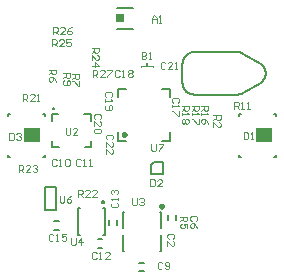
<source format=gto>
%FSTAX43Y43*%
%MOMM*%
%SFA1B1*%

%IPPOS*%
%ADD56C,0.250000*%
%ADD57C,0.200000*%
%ADD58C,0.100000*%
%ADD59C,0.125000*%
%ADD60R,1.399997X1.299997*%
%ADD61R,0.200000X0.449999*%
%ADD62R,0.699999X0.649999*%
%LNzooidpcb-1*%
%LPD*%
G54D56*
X-0001374Y0000099D02*
D01*
X-0001375Y0000108*
X-0001376Y0000117*
X-0001377Y0000125*
X-0001379Y0000134*
X-0001382Y0000142*
X-0001385Y000015*
X-0001389Y0000158*
X-0001393Y0000166*
X-0001398Y0000173*
X-0001404Y000018*
X-000141Y0000186*
X-0001416Y0000192*
X-0001423Y0000198*
X-000143Y0000203*
X-0001437Y0000208*
X-0001445Y0000212*
X-0001453Y0000215*
X-0001461Y0000218*
X-0001469Y0000221*
X-0001478Y0000223*
X-0001486Y0000224*
X-0001495Y0000224*
X-0001504*
X-0001513Y0000224*
X-0001521Y0000223*
X-000153Y0000221*
X-0001538Y0000218*
X-0001546Y0000215*
X-0001554Y0000212*
X-0001562Y0000208*
X-0001569Y0000203*
X-0001576Y0000198*
X-0001583Y0000192*
X-0001589Y0000186*
X-0001595Y000018*
X-0001601Y0000173*
X-0001605Y0000166*
X-000161Y0000158*
X-0001614Y000015*
X-0001617Y0000142*
X-000162Y0000134*
X-0001622Y0000125*
X-0001623Y0000117*
X-0001624Y0000108*
X-0001624Y0000099*
X-0001624Y0000091*
X-0001623Y0000082*
X-0001622Y0000073*
X-000162Y0000065*
X-0001617Y0000057*
X-0001614Y0000049*
X-000161Y0000041*
X-0001605Y0000033*
X-0001601Y0000026*
X-0001595Y0000019*
X-0001589Y0000013*
X-0001583Y0000007*
X-0001576Y0000001*
X-0001569Y-0000003*
X-0001562Y-0000008*
X-0001554Y-0000012*
X-0001546Y-0000015*
X-0001538Y-0000018*
X-000153Y-0000021*
X-0001521Y-0000023*
X-0001513Y-0000024*
X-0001504Y-0000024*
X-0001495*
X-0001486Y-0000024*
X-0001478Y-0000023*
X-0001469Y-0000021*
X-0001461Y-0000018*
X-0001453Y-0000015*
X-0001445Y-0000012*
X-0001437Y-0000008*
X-000143Y-0000003*
X-0001423Y0000001*
X-0001416Y0000007*
X-000141Y0000013*
X-0001404Y0000019*
X-0001398Y0000026*
X-0001393Y0000033*
X-0001389Y0000041*
X-0001385Y0000049*
X-0001382Y0000057*
X-0001379Y0000065*
X-0001377Y0000073*
X-0001376Y0000082*
X-0001375Y0000091*
X-0001374Y0000099*
X0001775Y-000599D02*
D01*
X0001775Y-0005982*
X0001774Y-0005973*
X0001773Y-0005964*
X0001771Y-0005956*
X0001768Y-0005948*
X0001765Y-000594*
X0001761Y-0005932*
X0001756Y-0005924*
X0001752Y-0005917*
X0001746Y-000591*
X000174Y-0005904*
X0001734Y-0005898*
X0001727Y-0005892*
X000172Y-0005887*
X0001713Y-0005882*
X0001705Y-0005878*
X0001697Y-0005875*
X0001689Y-0005872*
X0001681Y-0005869*
X0001672Y-0005867*
X0001664Y-0005866*
X0001655Y-0005866*
X0001646*
X0001637Y-0005866*
X0001629Y-0005867*
X000162Y-0005869*
X0001612Y-0005872*
X0001604Y-0005875*
X0001596Y-0005878*
X0001588Y-0005882*
X0001581Y-0005887*
X0001574Y-0005892*
X0001567Y-0005898*
X0001561Y-0005904*
X0001555Y-000591*
X0001549Y-0005917*
X0001544Y-0005924*
X000154Y-0005932*
X0001536Y-000594*
X0001533Y-0005948*
X000153Y-0005956*
X0001528Y-0005964*
X0001527Y-0005973*
X0001526Y-0005982*
X0001525Y-000599*
X0001526Y-0005999*
X0001527Y-0006008*
X0001528Y-0006016*
X000153Y-0006025*
X0001533Y-0006033*
X0001536Y-0006041*
X000154Y-0006049*
X0001544Y-0006057*
X0001549Y-0006064*
X0001555Y-0006071*
X0001561Y-0006077*
X0001567Y-0006083*
X0001574Y-0006089*
X0001581Y-0006094*
X0001588Y-0006099*
X0001596Y-0006103*
X0001604Y-0006106*
X0001612Y-0006109*
X000162Y-0006112*
X0001629Y-0006114*
X0001637Y-0006115*
X0001646Y-0006115*
X0001655*
X0001664Y-0006115*
X0001672Y-0006114*
X0001681Y-0006112*
X0001689Y-0006109*
X0001697Y-0006106*
X0001705Y-0006103*
X0001713Y-0006099*
X000172Y-0006094*
X0001727Y-0006089*
X0001734Y-0006083*
X000174Y-0006077*
X0001746Y-0006071*
X0001752Y-0006064*
X0001756Y-0006057*
X0001761Y-0006049*
X0001765Y-0006041*
X0001768Y-0006033*
X0001771Y-0006025*
X0001773Y-0006016*
X0001774Y-0006008*
X0001775Y-0005999*
X0001775Y-000599*
G54D57*
X-0003183Y-0005613D02*
D01*
X-0003184Y-0005606*
X-0003184Y-00056*
X-0003186Y-0005593*
X-0003187Y-0005586*
X-000319Y-0005579*
X-0003192Y-0005573*
X-0003195Y-0005567*
X-0003199Y-000556*
X-0003203Y-0005555*
X-0003207Y-0005549*
X-0003212Y-0005544*
X-0003217Y-0005539*
X-0003222Y-0005535*
X-0003228Y-0005531*
X-0003233Y-0005527*
X-000324Y-0005524*
X-0003246Y-0005521*
X-0003253Y-0005518*
X-0003259Y-0005516*
X-0003266Y-0005515*
X-0003273Y-0005514*
X-000328Y-0005514*
X-0003287*
X-0003294Y-0005514*
X-0003301Y-0005515*
X-0003308Y-0005516*
X-0003314Y-0005518*
X-0003321Y-0005521*
X-0003327Y-0005524*
X-0003333Y-0005527*
X-0003339Y-0005531*
X-0003345Y-0005535*
X-000335Y-0005539*
X-0003355Y-0005544*
X-000336Y-0005549*
X-0003364Y-0005555*
X-0003368Y-000556*
X-0003372Y-0005567*
X-0003375Y-0005573*
X-0003377Y-0005579*
X-000338Y-0005586*
X-0003381Y-0005593*
X-0003383Y-00056*
X-0003383Y-0005606*
X-0003383Y-0005613*
X-0003383Y-000562*
X-0003383Y-0005627*
X-0003381Y-0005634*
X-000338Y-0005641*
X-0003377Y-0005648*
X-0003375Y-0005654*
X-0003372Y-000566*
X-0003368Y-0005666*
X-0003364Y-0005672*
X-000336Y-0005678*
X-0003355Y-0005683*
X-000335Y-0005688*
X-0003345Y-0005692*
X-0003339Y-0005696*
X-0003333Y-00057*
X-0003327Y-0005703*
X-0003321Y-0005706*
X-0003314Y-0005709*
X-0003308Y-0005711*
X-0003301Y-0005712*
X-0003294Y-0005713*
X-0003287Y-0005713*
X-000328*
X-0003273Y-0005713*
X-0003266Y-0005712*
X-0003259Y-0005711*
X-0003253Y-0005709*
X-0003246Y-0005706*
X-000324Y-0005703*
X-0003233Y-00057*
X-0003228Y-0005696*
X-0003222Y-0005692*
X-0003217Y-0005688*
X-0003212Y-0005683*
X-0003207Y-0005678*
X-0003203Y-0005672*
X-0003199Y-0005666*
X-0003195Y-000566*
X-0003192Y-0005654*
X-000319Y-0005648*
X-0003187Y-0005641*
X-0003186Y-0005634*
X-0003184Y-0005627*
X-0003184Y-000562*
X-0003183Y-0005613*
X-0007444Y0002274D02*
D01*
X-0007445Y0002278*
X-0007445Y0002281*
X-0007446Y0002285*
X-0007446Y0002288*
X-0007447Y0002292*
X-0007449Y0002295*
X-000745Y0002298*
X-0007452Y0002301*
X-0007454Y0002304*
X-0007456Y0002307*
X-0007459Y0002309*
X-0007461Y0002312*
X-0007464Y0002314*
X-0007467Y0002316*
X-0007469Y0002318*
X-0007473Y0002319*
X-0007476Y0002321*
X-0007479Y0002322*
X-0007482Y0002323*
X-0007486Y0002324*
X-0007489Y0002324*
X-0007493Y0002324*
X-0007496*
X-00075Y0002324*
X-0007503Y0002324*
X-0007507Y0002323*
X-000751Y0002322*
X-0007513Y0002321*
X-0007516Y0002319*
X-0007519Y0002318*
X-0007522Y0002316*
X-0007525Y0002314*
X-0007528Y0002312*
X-000753Y0002309*
X-0007533Y0002307*
X-0007535Y0002304*
X-0007537Y0002301*
X-0007539Y0002298*
X-000754Y0002295*
X-0007541Y0002292*
X-0007543Y0002288*
X-0007543Y0002285*
X-0007544Y0002281*
X-0007544Y0002278*
X-0007544Y0002274*
X-0007544Y0002271*
X-0007544Y0002268*
X-0007543Y0002264*
X-0007543Y0002261*
X-0007541Y0002257*
X-000754Y0002254*
X-0007539Y0002251*
X-0007537Y0002248*
X-0007535Y0002245*
X-0007533Y0002242*
X-000753Y000224*
X-0007528Y0002237*
X-0007525Y0002235*
X-0007522Y0002233*
X-0007519Y0002231*
X-0007516Y000223*
X-0007513Y0002228*
X-000751Y0002227*
X-0007507Y0002226*
X-0007503Y0002225*
X-00075Y0002225*
X-0007496Y0002225*
X-0007493*
X-0007489Y0002225*
X-0007486Y0002225*
X-0007482Y0002226*
X-0007479Y0002227*
X-0007476Y0002228*
X-0007473Y000223*
X-0007469Y0002231*
X-0007467Y0002233*
X-0007464Y0002235*
X-0007461Y0002237*
X-0007459Y000224*
X-0007456Y0002242*
X-0007454Y0002245*
X-0007452Y0002248*
X-000745Y0002251*
X-0007449Y0002254*
X-0007447Y0002257*
X-0007446Y0002261*
X-0007446Y0002264*
X-0007445Y0002268*
X-0007445Y0002271*
X-0007444Y0002274*
X0004429Y0007079D02*
D01*
X000436Y0007077*
X000429Y000707*
X0004222Y0007058*
X0004154Y0007041*
X0004087Y0007019*
X0004023Y0006993*
X000396Y0006962*
X00039Y0006928*
X0003842Y0006889*
X0003787Y0006846*
X0003735Y0006799*
X0003686Y0006749*
X0003641Y0006695*
X00036Y0006639*
X0003563Y0006579*
X0003531Y0006518*
X0003502Y0006454*
X0003478Y0006389*
X0003459Y0006321*
X0003445Y0006253*
X0003435Y0006184*
X000343Y0006114*
X0003429Y0006079*
X001004Y0004463D02*
D01*
X0010096Y0004505*
X0010149Y000455*
X0010198Y0004599*
X0010243Y0004651*
X0010285Y0004707*
X0010323Y0004765*
X0010357Y0004825*
X0010387Y0004888*
X0010412Y0004953*
X0010432Y0005019*
X0010448Y0005086*
X0010459Y0005155*
X0010466Y0005224*
X0010467Y0005293*
X0010464Y0005363*
X0010455Y0005431*
X0010442Y00055*
X0010425Y0005567*
X0010402Y0005632*
X0010376Y0005696*
X0010344Y0005758*
X0010309Y0005818*
X0010269Y0005875*
X0010226Y0005929*
X0010179Y000598*
X0010128Y0006027*
X0010074Y0006071*
X001004Y0006095*
X0008029Y0003479D02*
D01*
X0008099Y0003482*
X0008169Y0003489*
X0008237Y0003501*
X0008305Y0003518*
X0008372Y000354*
X0008436Y0003566*
X0008499Y0003597*
X0008559Y0003631*
X0008559Y0003631*
Y0006927D02*
D01*
X0008499Y0006962*
X0008436Y0006993*
X0008372Y0007019*
X0008305Y0007041*
X0008237Y0007058*
X0008169Y000707*
X0008099Y0007077*
X000803Y0007079*
X0008029*
X0003429Y0004479D02*
D01*
X0003432Y000441*
X0003439Y000434*
X0003451Y0004272*
X0003468Y0004204*
X000349Y0004137*
X0003516Y0004073*
X0003547Y000401*
X0003581Y000395*
X000362Y0003892*
X0003663Y0003837*
X000371Y0003785*
X000376Y0003736*
X0003814Y0003691*
X000387Y000365*
X0003929Y0003613*
X0003991Y0003581*
X0004055Y0003552*
X000412Y0003528*
X0004188Y0003509*
X0004256Y0003495*
X0004325Y0003485*
X0004395Y000348*
X0004429Y0003479*
X-0002024Y-0000424D02*
X-0001324D01*
X-0002024D02*
Y0000274D01*
Y0003274D02*
Y0003974D01*
X-0001324*
X0001674D02*
X0002374D01*
Y0003274D02*
Y0003974D01*
X0001674Y-0000424D02*
X0002374D01*
Y0000274*
X-0007244Y-0006329D02*
Y-0004329D01*
X-0008194Y-0006329D02*
Y-0004329D01*
Y-0006329D02*
X-0007244D01*
X-0008194Y-0004329D02*
X-0007244D01*
X-0005449Y-0006114D02*
X-0005274D01*
X-0005449Y-0008414D02*
X-0005274D01*
X-0005449Y-0008389D02*
Y-0006114D01*
X-0003149Y-0008414D02*
Y-0006139D01*
X-0003324Y-0006114D02*
X-0003149D01*
X-0003324Y-0008414D02*
X-0003149D01*
X0001549Y-0006499D02*
X0001649D01*
Y-0007849D02*
Y-0006499D01*
X-0001649D02*
X-0001549D01*
X-0001649Y-0007849D02*
Y-0006499D01*
Y-0009799D02*
Y-0008449D01*
Y-0009799D02*
X-0001549D01*
X0001549D02*
X0001649D01*
Y-0008449*
X-0007594Y-0000974D02*
X-0007044D01*
X-0007594D02*
Y-0000474D01*
Y0001274D02*
Y0001824D01*
X-0007094D01*
X-0004894D02*
X-0004294D01*
Y0001274D02*
Y0001824D01*
X-0004794Y-0000974D02*
X-0004294D01*
Y-0000424*
X0003429Y0004479D02*
Y0006079D01*
X0004429Y0007079D02*
X0008029D01*
X0008559Y0003631D02*
X001004Y0004463D01*
X0004429Y0003479D02*
X0008029D01*
X0008559Y0006927D02*
X001004Y0006095D01*
X-0011349Y0001649D02*
Y0001799D01*
Y-0001799D02*
Y-0001649D01*
X-0008249Y-0001799D02*
Y-0001649D01*
Y0001649D02*
Y0001799D01*
X-0008399Y-0001799D02*
X-0008249D01*
X-0011349Y0001799D02*
X-0011199D01*
X-0008399D02*
X-0008249D01*
X-0011349Y-0001799D02*
X-0011199D01*
X0001739Y-0003229D02*
Y-0002229D01*
X0000739Y-0003229D02*
X0001739D01*
X0000739D02*
Y-0002479D01*
X0000989Y-0002229*
X0001739*
X0008249Y0001649D02*
Y0001799D01*
Y-0001799D02*
Y-0001649D01*
X0011349Y-0001799D02*
Y-0001649D01*
Y0001649D02*
Y0001799D01*
X0011199Y-0001799D02*
X0011349D01*
X0008249Y0001799D02*
X0008399D01*
X0011199D02*
X0011349D01*
X0008249Y-0001799D02*
X0008399D01*
X-0000224Y-0010774D02*
X0000174D01*
X-0000224Y-0011474D02*
X0000174D01*
X0002219Y-0007149D02*
Y-0006749D01*
X0002919Y-0007149D02*
Y-0006749D01*
X-0007444Y-0007259D02*
X-0007044D01*
X-0007444Y-0007959D02*
X-0007044D01*
X-0002789Y-0007579D02*
Y-0007179D01*
X-0002089Y-0007579D02*
Y-0007179D01*
X-0003749Y-0009474D02*
X-0003349D01*
X-0003749Y-0008774D02*
X-0003349D01*
X-0002074Y0010849D02*
X-0000774D01*
X-0002074Y0009049D02*
X-0000774D01*
G54D58*
X-0000074Y0005799D02*
Y0005899D01*
X0000924Y0005799D02*
Y0005899D01*
X-0000074D02*
X0000924D01*
G54D59*
X-0007874Y0005579D02*
X-0007274D01*
Y0005279*
X-0007374Y0005179*
X-0007574*
X-0007674Y0005279*
Y0005579*
Y0005379D02*
X-0007874Y0005179D01*
X-0007274Y0004579D02*
X-0007374Y0004779D01*
X-0007574Y0004979*
X-0007774*
X-0007874Y0004879*
Y0004679*
X-0007774Y0004579*
X-0007674*
X-0007574Y0004679*
Y0004979*
X-0001899Y0005474D02*
X-0001999Y0005574D01*
X-0002199*
X-0002299Y0005474*
Y0005074*
X-0002199Y0004974*
X-0001999*
X-0001899Y0005074*
X-0001699Y0004974D02*
X-0001499D01*
X-0001599*
Y0005574*
X-0001699Y0005474*
X-0001199D02*
X-0001099Y0005574D01*
X-0000899*
X-0000799Y0005474*
Y0005374*
X-0000899Y0005274*
X-0000799Y0005174*
Y0005074*
X-0000899Y0004974*
X-0001099*
X-0001199Y0005074*
Y0005174*
X-0001099Y0005274*
X-0001199Y0005374*
Y0005474*
X-0001099Y0005274D02*
X-0000899D01*
X0003049Y0002799D02*
X0003149Y0002899D01*
Y0003099*
X0003049Y0003199*
X0002649*
X0002549Y0003099*
Y0002899*
X0002649Y0002799*
X0002549Y0002599D02*
Y0002399D01*
Y0002499*
X0003149*
X0003049Y0002599*
X0003149Y0002099D02*
Y0001699D01*
X0003049*
X0002649Y0002099*
X0002549*
X0007809Y0002289D02*
Y0002889D01*
X0008109*
X0008209Y0002789*
Y0002589*
X0008109Y0002489*
X0007809*
X0008009D02*
X0008209Y0002289D01*
X0008409D02*
X0008609D01*
X0008509*
Y0002889*
X0008409Y0002789*
X0008909Y0002289D02*
X0009109D01*
X0009009*
Y0002889*
X0008909Y0002789*
X-0011229Y0000239D02*
Y-0000359D01*
X-0010929*
X-0010829Y-0000259*
Y0000139*
X-0010929Y0000239*
X-0011229*
X-0010629Y0000139D02*
X-0010529Y0000239D01*
X-0010329*
X-0010229Y0000139*
Y0000039*
X-0010329Y-0000059*
X-0010429*
X-0010329*
X-0010229Y-0000159*
Y-0000259*
X-0010329Y-0000359*
X-0010529*
X-0010629Y-0000259*
X0008609Y0000279D02*
Y-0000319D01*
X0008909*
X0009009Y-0000219*
Y0000179*
X0008909Y0000279*
X0008609*
X0009209Y-0000319D02*
X0009409D01*
X0009309*
Y0000279*
X0009209Y0000179*
X-0006469Y0000674D02*
Y0000174D01*
X-0006369Y0000074*
X-0006169*
X-0006069Y0000174*
Y0000674*
X-0005469Y0000074D02*
X-0005869D01*
X-0005469Y0000474*
Y0000574*
X-0005569Y0000674*
X-0005769*
X-0005869Y0000574*
X0000699Y-0003699D02*
Y-0004299D01*
X0000999*
X0001099Y-0004199*
Y-0003799*
X0000999Y-0003699*
X0000699*
X0001699Y-0004299D02*
X0001299D01*
X0001699Y-0003899*
Y-0003799*
X0001599Y-0003699*
X0001399*
X0001299Y-0003799*
X0003349Y0002524D02*
X0003949D01*
Y0002224*
X0003849Y0002124*
X0003649*
X0003549Y0002224*
Y0002524*
Y0002324D02*
X0003349Y0002124D01*
Y0001924D02*
Y0001724D01*
Y0001824*
X0003949*
X0003849Y0001924*
Y0001424D02*
X0003949Y0001324D01*
Y0001124*
X0003849Y0001024*
X0003749*
X0003649Y0001124*
X0003549Y0001024*
X0003449*
X0003349Y0001124*
Y0001324*
X0003449Y0001424*
X0003549*
X0003649Y0001324*
X0003749Y0001424*
X0003849*
X0003649Y0001324D02*
Y0001124D01*
X0004199Y0002524D02*
X0004799D01*
Y0002224*
X0004699Y0002124*
X0004499*
X0004399Y0002224*
Y0002524*
Y0002324D02*
X0004199Y0002124D01*
Y0001924D02*
Y0001724D01*
Y0001824*
X0004799*
X0004699Y0001924*
X0004799Y0001424D02*
Y0001024D01*
X0004699*
X0004299Y0001424*
X0004199*
X0005024Y0002524D02*
X0005624D01*
Y0002224*
X0005524Y0002124*
X0005324*
X0005224Y0002224*
Y0002524*
Y0002324D02*
X0005024Y0002124D01*
Y0001924D02*
Y0001724D01*
Y0001824*
X0005624*
X0005524Y0001924*
X0005624Y0001024D02*
X0005524Y0001224D01*
X0005324Y0001424*
X0005124*
X0005024Y0001324*
Y0001124*
X0005124Y0001024*
X0005224*
X0005324Y0001124*
Y0001424*
X-0000024Y0007074D02*
Y0006474D01*
X0000274*
X0000374Y0006574*
Y0006674*
X0000274Y0006774*
X-0000024*
X0000274*
X0000374Y0006874*
Y0006974*
X0000274Y0007074*
X-0000024*
X0000574Y0006474D02*
X0000774D01*
X0000674*
Y0007074*
X0000574Y0006974*
X-0006024Y-0008699D02*
Y-0009199D01*
X-0005924Y-0009299*
X-0005724*
X-0005624Y-0009199*
Y-0008699*
X-0005124Y-0009299D02*
Y-0008699D01*
X-0005424Y-0008999*
X-0005024*
X-0004174Y0004974D02*
Y0005574D01*
X-0003874*
X-0003774Y0005474*
Y0005274*
X-0003874Y0005174*
X-0004174*
X-0003974D02*
X-0003774Y0004974D01*
X-0003174D02*
X-0003574D01*
X-0003174Y0005374*
Y0005474*
X-0003274Y0005574*
X-0003474*
X-0003574Y0005474*
X-0002974Y0005574D02*
X-0002575D01*
Y0005474*
X-0002974Y0005074*
Y0004974*
X-0010449Y-0003074D02*
Y-0002474D01*
X-0010149*
X-0010049Y-0002574*
Y-0002774*
X-0010149Y-0002874*
X-0010449*
X-0010249D02*
X-0010049Y-0003074D01*
X-0009449D02*
X-0009849D01*
X-0009449Y-0002674*
Y-0002574*
X-0009549Y-0002474*
X-0009749*
X-0009849Y-0002574*
X-0009249D02*
X-0009149Y-0002474D01*
X-0008949*
X-000885Y-0002574*
Y-0002674*
X-0008949Y-0002774*
X-0009049*
X-0008949*
X-000885Y-0002874*
Y-0002974*
X-0008949Y-0003074*
X-0009149*
X-0009249Y-0002974*
X-0005424Y-0005174D02*
Y-0004574D01*
X-0005124*
X-0005024Y-0004674*
Y-0004874*
X-0005124Y-0004974*
X-0005424*
X-0005224D02*
X-0005024Y-0005174D01*
X-0004424D02*
X-0004824D01*
X-0004424Y-0004774*
Y-0004674*
X-0004524Y-0004574*
X-0004724*
X-0004824Y-0004674*
X-0003825Y-0005174D02*
X-0004224D01*
X-0003825Y-0004774*
Y-0004674*
X-0003924Y-0004574*
X-0004124*
X-0004224Y-0004674*
X-0010099Y0002924D02*
Y0003524D01*
X-0009799*
X-0009699Y0003424*
Y0003224*
X-0009799Y0003124*
X-0010099*
X-0009899D02*
X-0009699Y0002924D01*
X-0009099D02*
X-0009499D01*
X-0009099Y0003324*
Y0003424*
X-0009199Y0003524*
X-0009399*
X-0009499Y0003424*
X-0008899Y0002924D02*
X-0008699D01*
X-0008799*
Y0003524*
X-0008899Y0003424*
X-0006674Y0005274D02*
X-0006074D01*
Y0004974*
X-0006174Y0004874*
X-0006374*
X-0006474Y0004974*
Y0005274*
Y0005074D02*
X-0006674Y0004874D01*
X-0006574Y0004674D02*
X-0006674Y0004574D01*
Y0004374*
X-0006574Y0004274*
X-0006174*
X-0006074Y0004374*
Y0004574*
X-0006174Y0004674*
X-0006274*
X-0006374Y0004574*
Y0004274*
X-0005899Y0005199D02*
X-0005299D01*
Y0004899*
X-0005399Y0004799*
X-0005599*
X-0005699Y0004899*
Y0005199*
Y0004999D02*
X-0005899Y0004799D01*
X-0005299Y0004599D02*
Y0004199D01*
X-0005399*
X-0005799Y0004599*
X-0005899*
X0003249Y-0006849D02*
X0003849D01*
Y-0007149*
X0003749Y-0007249*
X0003549*
X0003449Y-0007149*
Y-0006849*
Y-0007049D02*
X0003249Y-0007249D01*
X0003849Y-0007849D02*
Y-0007449D01*
X0003549*
X0003649Y-0007649*
Y-0007749*
X0003549Y-0007849*
X0003349*
X0003249Y-0007749*
Y-0007549*
X0003349Y-0007449*
X0006049Y0001724D02*
X0006649D01*
Y0001424*
X0006549Y0001324*
X0006349*
X0006249Y0001424*
Y0001724*
Y0001524D02*
X0006049Y0001324D01*
Y0000724D02*
Y0001124D01*
X0006449Y0000724*
X0006549*
X0006649Y0000824*
Y0001024*
X0006549Y0001124*
X-0002549Y-0000324D02*
X-0002449Y-0000224D01*
Y-0000024*
X-0002549Y0000074*
X-0002949*
X-0003049Y-0000024*
Y-0000224*
X-0002949Y-0000324*
X-0003049Y-0000924D02*
Y-0000524D01*
X-0002649Y-0000924*
X-0002549*
X-0002449Y-0000824*
Y-0000624*
X-0002549Y-0000524*
X-0003049Y-0001523D02*
Y-0001124D01*
X-0002649Y-0001523*
X-0002549*
X-0002449Y-0001424*
Y-0001224*
X-0002549Y-0001124*
X0001974Y0006124D02*
X0001874Y0006224D01*
X0001674*
X0001574Y0006124*
Y0005724*
X0001674Y0005624*
X0001874*
X0001974Y0005724*
X0002574Y0005624D02*
X0002174D01*
X0002574Y0006024*
Y0006124*
X0002474Y0006224*
X0002274*
X0002174Y0006124*
X0002774Y0005624D02*
X0002974D01*
X0002874*
Y0006224*
X0002774Y0006124*
X-0003574Y0001399D02*
X-0003474Y0001499D01*
Y0001699*
X-0003574Y0001799*
X-0003974*
X-0004074Y0001699*
Y0001499*
X-0003974Y0001399*
X-0004074Y0000799D02*
Y0001199D01*
X-0003674Y0000799*
X-0003574*
X-0003474Y0000899*
Y0001099*
X-0003574Y0001199*
Y0000599D02*
X-0003474Y0000499D01*
Y0000299*
X-0003574Y00002*
X-0003974*
X-0004074Y0000299*
Y0000499*
X-0003974Y0000599*
X-0003574*
X-0002624Y0003274D02*
X-0002524Y0003374D01*
Y0003574*
X-0002624Y0003674*
X-0003024*
X-0003124Y0003574*
Y0003374*
X-0003024Y0003274*
X-0003124Y0003074D02*
Y0002874D01*
Y0002974*
X-0002524*
X-0002624Y0003074*
X-0003024Y0002574D02*
X-0003124Y0002474D01*
Y0002274*
X-0003024Y0002174*
X-0002624*
X-0002524Y0002274*
Y0002474*
X-0002624Y0002574*
X-0002724*
X-0002824Y0002474*
Y0002174*
X-0007499Y-0008399D02*
X-0007599Y-0008299D01*
X-0007799*
X-0007899Y-0008399*
Y-0008799*
X-0007799Y-0008899*
X-0007599*
X-0007499Y-0008799*
X-0007299Y-0008899D02*
X-0007099D01*
X-0007199*
Y-0008299*
X-0007299Y-0008399*
X-0006399Y-0008299D02*
X-0006799D01*
Y-0008599*
X-0006599Y-0008499*
X-0006499*
X-0006399Y-0008599*
Y-0008799*
X-0006499Y-0008899*
X-0006699*
X-0006799Y-0008799*
X-0002549Y-0005674D02*
X-0002649Y-0005774D01*
Y-0005974*
X-0002549Y-0006074*
X-0002149*
X-0002049Y-0005974*
Y-0005774*
X-0002149Y-0005674*
X-0002049Y-0005474D02*
Y-0005274D01*
Y-0005374*
X-0002649*
X-0002549Y-0005474*
Y-0004974D02*
X-0002649Y-0004874D01*
Y-0004674*
X-0002549Y-0004574*
X-0002449*
X-0002349Y-0004674*
Y-0004774*
Y-0004674*
X-0002249Y-0004574*
X-0002149*
X-0002049Y-0004674*
Y-0004874*
X-0002149Y-0004974*
X-0003849Y-0009919D02*
X-0003949Y-0009819D01*
X-0004149*
X-0004249Y-0009919*
Y-0010319*
X-0004149Y-0010419*
X-0003949*
X-0003849Y-0010319*
X-0003649Y-0010419D02*
X-0003449D01*
X-0003549*
Y-0009819*
X-0003649Y-0009919*
X-0002749Y-0010419D02*
X-0003149D01*
X-0002749Y-0010019*
Y-0009919*
X-0002849Y-0009819*
X-0003049*
X-0003149Y-0009919*
X-0005174Y-0002099D02*
X-0005274Y-0001999D01*
X-0005474*
X-0005574Y-0002099*
Y-0002499*
X-0005474Y-0002599*
X-0005274*
X-0005174Y-0002499*
X-0004974Y-0002599D02*
X-0004774D01*
X-0004874*
Y-0001999*
X-0004974Y-0002099*
X-0004474Y-0002599D02*
X-0004274D01*
X-0004374*
Y-0001999*
X-0004474Y-0002099*
X-0007229Y-0002059D02*
X-0007329Y-0001959D01*
X-0007529*
X-0007629Y-0002059*
Y-0002459*
X-0007529Y-0002559*
X-0007329*
X-0007229Y-0002459*
X-0007029Y-0002559D02*
X-0006829D01*
X-0006929*
Y-0001959*
X-0007029Y-0002059*
X-0006529D02*
X-0006429Y-0001959D01*
X-0006229*
X-0006129Y-0002059*
Y-0002459*
X-0006229Y-0002559*
X-0006429*
X-0006529Y-0002459*
Y-0002059*
X0004599Y-0007224D02*
X0004699Y-0007124D01*
Y-0006924*
X0004599Y-0006824*
X0004199*
X0004099Y-0006924*
Y-0007124*
X0004199Y-0007224*
X0004699Y-0007824D02*
X0004599Y-0007624D01*
X0004399Y-0007424*
X0004199*
X0004099Y-0007524*
Y-0007724*
X0004199Y-0007824*
X0004299*
X0004399Y-0007724*
Y-0007424*
X0002649Y-0008724D02*
X0002749Y-0008624D01*
Y-0008424*
X0002649Y-0008324*
X0002249*
X0002149Y-0008424*
Y-0008624*
X0002249Y-0008724*
X0002149Y-0009324D02*
Y-0008924D01*
X0002549Y-0009324*
X0002649*
X0002749Y-0009224*
Y-0009024*
X0002649Y-0008924*
X0001719Y-0010799D02*
X0001619Y-0010699D01*
X0001419*
X0001319Y-0010799*
Y-0011199*
X0001419Y-0011299*
X0001619*
X0001719Y-0011199*
X0001919D02*
X0002019Y-0011299D01*
X0002219*
X0002319Y-0011199*
Y-0010799*
X0002219Y-0010699*
X0002019*
X0001919Y-0010799*
Y-0010899*
X0002019Y-0010999*
X0002319*
X0000799Y-0000724D02*
Y-0001224D01*
X0000899Y-0001324*
X0001099*
X0001199Y-0001224*
Y-0000724*
X0001399D02*
X0001799D01*
Y-0000824*
X0001399Y-0001224*
Y-0001324*
X-0006979Y-0005069D02*
Y-0005569D01*
X-0006879Y-0005669*
X-0006679*
X-0006579Y-0005569*
Y-0005069*
X-0005979D02*
X-0006179Y-0005169D01*
X-0006379Y-0005369*
Y-0005569*
X-0006279Y-0005669*
X-0006079*
X-0005979Y-0005569*
Y-0005469*
X-0006079Y-0005369*
X-0006379*
X-0000849Y-0005299D02*
Y-0005799D01*
X-0000749Y-0005899*
X-0000549*
X-0000449Y-0005799*
Y-0005299*
X-0000249Y-0005399D02*
X-0000149Y-0005299D01*
X0000049*
X0000149Y-0005399*
Y-0005499*
X0000049Y-0005599*
X-0000049*
X0000049*
X0000149Y-0005699*
Y-0005799*
X0000049Y-0005899*
X-0000149*
X-0000249Y-0005799*
X0000849Y0009574D02*
Y0009974D01*
X0001049Y0010174*
X0001249Y0009974*
Y0009574*
Y0009874*
X0000849*
X0001449Y0009574D02*
X0001649D01*
X0001549*
Y0010174*
X0001449Y0010074*
X-0004274Y0007424D02*
X-0003674D01*
Y0007124*
X-0003774Y0007024*
X-0003974*
X-0004074Y0007124*
Y0007424*
Y0007224D02*
X-0004274Y0007024D01*
Y0006424D02*
Y0006824D01*
X-0003874Y0006424*
X-0003774*
X-0003674Y0006524*
Y0006724*
X-0003774Y0006824*
X-0004274Y0005924D02*
X-0003674D01*
X-0003974Y0006224*
Y0005825*
X-0007624Y0007549D02*
Y0008149D01*
X-0007324*
X-0007224Y0008049*
Y0007849*
X-0007324Y0007749*
X-0007624*
X-0007424D02*
X-0007224Y0007549D01*
X-0006624D02*
X-0007024D01*
X-0006624Y0007949*
Y0008049*
X-0006724Y0008149*
X-0006924*
X-0007024Y0008049*
X-0006025Y0008149D02*
X-0006424D01*
Y0007849*
X-0006224Y0007949*
X-0006124*
X-0006025Y0007849*
Y0007649*
X-0006124Y0007549*
X-0006324*
X-0006424Y0007649*
X-0007549Y0008574D02*
Y0009174D01*
X-0007249*
X-0007149Y0009074*
Y0008874*
X-0007249Y0008774*
X-0007549*
X-0007349D02*
X-0007149Y0008574D01*
X-0006549D02*
X-0006949D01*
X-0006549Y0008974*
Y0009074*
X-0006649Y0009174*
X-0006849*
X-0006949Y0009074*
X-000595Y0009174D02*
X-0006149Y0009074D01*
X-0006349Y0008874*
Y0008674*
X-0006249Y0008574*
X-0006049*
X-000595Y0008674*
Y0008774*
X-0006049Y0008874*
X-0006349*
G54D60*
X-0009299Y0000049D03*
X0010299D03*
G54D61*
X0000424Y0005974D03*
G54D62*
X-0001874Y0009949D03*
M02*
</source>
